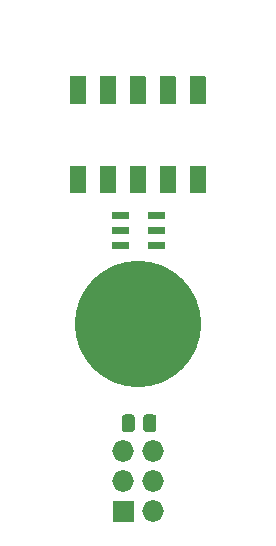
<source format=gts>
G04 #@! TF.GenerationSoftware,KiCad,Pcbnew,5.1.9+dfsg1-1~bpo10+1*
G04 #@! TF.CreationDate,2021-04-19T23:47:07+00:00*
G04 #@! TF.ProjectId,feederFloor,66656564-6572-4466-9c6f-6f722e6b6963,rev?*
G04 #@! TF.SameCoordinates,Original*
G04 #@! TF.FileFunction,Soldermask,Top*
G04 #@! TF.FilePolarity,Negative*
%FSLAX46Y46*%
G04 Gerber Fmt 4.6, Leading zero omitted, Abs format (unit mm)*
G04 Created by KiCad (PCBNEW 5.1.9+dfsg1-1~bpo10+1) date 2021-04-19 23:47:07*
%MOMM*%
%LPD*%
G01*
G04 APERTURE LIST*
%ADD10C,5.802000*%
%ADD11C,10.702000*%
%ADD12O,1.829200X1.829200*%
G04 APERTURE END LIST*
D10*
X191700000Y-41350000D03*
D11*
X191700000Y-41350000D03*
G36*
G01*
X191481000Y-49263876D02*
X191481000Y-50216124D01*
G75*
G02*
X191206124Y-50491000I-274876J0D01*
G01*
X190628876Y-50491000D01*
G75*
G02*
X190354000Y-50216124I0J274876D01*
G01*
X190354000Y-49263876D01*
G75*
G02*
X190628876Y-48989000I274876J0D01*
G01*
X191206124Y-48989000D01*
G75*
G02*
X191481000Y-49263876I0J-274876D01*
G01*
G37*
G36*
G01*
X193306000Y-49263876D02*
X193306000Y-50216124D01*
G75*
G02*
X193031124Y-50491000I-274876J0D01*
G01*
X192453876Y-50491000D01*
G75*
G02*
X192179000Y-50216124I0J274876D01*
G01*
X192179000Y-49263876D01*
G75*
G02*
X192453876Y-48989000I274876J0D01*
G01*
X193031124Y-48989000D01*
G75*
G02*
X193306000Y-49263876I0J-274876D01*
G01*
G37*
G36*
G01*
X185964000Y-22668500D02*
X185964000Y-20418500D01*
G75*
G02*
X186015000Y-20367500I51000J0D01*
G01*
X187285000Y-20367500D01*
G75*
G02*
X187336000Y-20418500I0J-51000D01*
G01*
X187336000Y-22668500D01*
G75*
G02*
X187285000Y-22719500I-51000J0D01*
G01*
X186015000Y-22719500D01*
G75*
G02*
X185964000Y-22668500I0J51000D01*
G01*
G37*
G36*
G01*
X188504000Y-22668500D02*
X188504000Y-20418500D01*
G75*
G02*
X188555000Y-20367500I51000J0D01*
G01*
X189825000Y-20367500D01*
G75*
G02*
X189876000Y-20418500I0J-51000D01*
G01*
X189876000Y-22668500D01*
G75*
G02*
X189825000Y-22719500I-51000J0D01*
G01*
X188555000Y-22719500D01*
G75*
G02*
X188504000Y-22668500I0J51000D01*
G01*
G37*
G36*
G01*
X191044000Y-22675000D02*
X191044000Y-20425000D01*
G75*
G02*
X191095000Y-20374000I51000J0D01*
G01*
X192365000Y-20374000D01*
G75*
G02*
X192416000Y-20425000I0J-51000D01*
G01*
X192416000Y-22675000D01*
G75*
G02*
X192365000Y-22726000I-51000J0D01*
G01*
X191095000Y-22726000D01*
G75*
G02*
X191044000Y-22675000I0J51000D01*
G01*
G37*
G36*
G01*
X193584000Y-22675000D02*
X193584000Y-20425000D01*
G75*
G02*
X193635000Y-20374000I51000J0D01*
G01*
X194905000Y-20374000D01*
G75*
G02*
X194956000Y-20425000I0J-51000D01*
G01*
X194956000Y-22675000D01*
G75*
G02*
X194905000Y-22726000I-51000J0D01*
G01*
X193635000Y-22726000D01*
G75*
G02*
X193584000Y-22675000I0J51000D01*
G01*
G37*
G36*
G01*
X196124000Y-22675000D02*
X196124000Y-20425000D01*
G75*
G02*
X196175000Y-20374000I51000J0D01*
G01*
X197445000Y-20374000D01*
G75*
G02*
X197496000Y-20425000I0J-51000D01*
G01*
X197496000Y-22675000D01*
G75*
G02*
X197445000Y-22726000I-51000J0D01*
G01*
X196175000Y-22726000D01*
G75*
G02*
X196124000Y-22675000I0J51000D01*
G01*
G37*
G36*
G01*
X196124000Y-30225000D02*
X196124000Y-27975000D01*
G75*
G02*
X196175000Y-27924000I51000J0D01*
G01*
X197445000Y-27924000D01*
G75*
G02*
X197496000Y-27975000I0J-51000D01*
G01*
X197496000Y-30225000D01*
G75*
G02*
X197445000Y-30276000I-51000J0D01*
G01*
X196175000Y-30276000D01*
G75*
G02*
X196124000Y-30225000I0J51000D01*
G01*
G37*
G36*
G01*
X193584000Y-30225000D02*
X193584000Y-27975000D01*
G75*
G02*
X193635000Y-27924000I51000J0D01*
G01*
X194905000Y-27924000D01*
G75*
G02*
X194956000Y-27975000I0J-51000D01*
G01*
X194956000Y-30225000D01*
G75*
G02*
X194905000Y-30276000I-51000J0D01*
G01*
X193635000Y-30276000D01*
G75*
G02*
X193584000Y-30225000I0J51000D01*
G01*
G37*
G36*
G01*
X191044000Y-30225000D02*
X191044000Y-27975000D01*
G75*
G02*
X191095000Y-27924000I51000J0D01*
G01*
X192365000Y-27924000D01*
G75*
G02*
X192416000Y-27975000I0J-51000D01*
G01*
X192416000Y-30225000D01*
G75*
G02*
X192365000Y-30276000I-51000J0D01*
G01*
X191095000Y-30276000D01*
G75*
G02*
X191044000Y-30225000I0J51000D01*
G01*
G37*
G36*
G01*
X188504000Y-30225000D02*
X188504000Y-27975000D01*
G75*
G02*
X188555000Y-27924000I51000J0D01*
G01*
X189825000Y-27924000D01*
G75*
G02*
X189876000Y-27975000I0J-51000D01*
G01*
X189876000Y-30225000D01*
G75*
G02*
X189825000Y-30276000I-51000J0D01*
G01*
X188555000Y-30276000D01*
G75*
G02*
X188504000Y-30225000I0J51000D01*
G01*
G37*
G36*
G01*
X185964000Y-30225000D02*
X185964000Y-27975000D01*
G75*
G02*
X186015000Y-27924000I51000J0D01*
G01*
X187285000Y-27924000D01*
G75*
G02*
X187336000Y-27975000I0J-51000D01*
G01*
X187336000Y-30225000D01*
G75*
G02*
X187285000Y-30276000I-51000J0D01*
G01*
X186015000Y-30276000D01*
G75*
G02*
X185964000Y-30225000I0J51000D01*
G01*
G37*
G36*
G01*
X189549000Y-32395000D02*
X189549000Y-31865000D01*
G75*
G02*
X189600000Y-31814000I51000J0D01*
G01*
X190930000Y-31814000D01*
G75*
G02*
X190981000Y-31865000I0J-51000D01*
G01*
X190981000Y-32395000D01*
G75*
G02*
X190930000Y-32446000I-51000J0D01*
G01*
X189600000Y-32446000D01*
G75*
G02*
X189549000Y-32395000I0J51000D01*
G01*
G37*
G36*
G01*
X189549000Y-33665000D02*
X189549000Y-33135000D01*
G75*
G02*
X189600000Y-33084000I51000J0D01*
G01*
X190930000Y-33084000D01*
G75*
G02*
X190981000Y-33135000I0J-51000D01*
G01*
X190981000Y-33665000D01*
G75*
G02*
X190930000Y-33716000I-51000J0D01*
G01*
X189600000Y-33716000D01*
G75*
G02*
X189549000Y-33665000I0J51000D01*
G01*
G37*
G36*
G01*
X189549000Y-34935000D02*
X189549000Y-34405000D01*
G75*
G02*
X189600000Y-34354000I51000J0D01*
G01*
X190930000Y-34354000D01*
G75*
G02*
X190981000Y-34405000I0J-51000D01*
G01*
X190981000Y-34935000D01*
G75*
G02*
X190930000Y-34986000I-51000J0D01*
G01*
X189600000Y-34986000D01*
G75*
G02*
X189549000Y-34935000I0J51000D01*
G01*
G37*
G36*
G01*
X192599000Y-34935000D02*
X192599000Y-34405000D01*
G75*
G02*
X192650000Y-34354000I51000J0D01*
G01*
X193980000Y-34354000D01*
G75*
G02*
X194031000Y-34405000I0J-51000D01*
G01*
X194031000Y-34935000D01*
G75*
G02*
X193980000Y-34986000I-51000J0D01*
G01*
X192650000Y-34986000D01*
G75*
G02*
X192599000Y-34935000I0J51000D01*
G01*
G37*
G36*
G01*
X192599000Y-33665000D02*
X192599000Y-33135000D01*
G75*
G02*
X192650000Y-33084000I51000J0D01*
G01*
X193980000Y-33084000D01*
G75*
G02*
X194031000Y-33135000I0J-51000D01*
G01*
X194031000Y-33665000D01*
G75*
G02*
X193980000Y-33716000I-51000J0D01*
G01*
X192650000Y-33716000D01*
G75*
G02*
X192599000Y-33665000I0J51000D01*
G01*
G37*
G36*
G01*
X192599000Y-32395000D02*
X192599000Y-31865000D01*
G75*
G02*
X192650000Y-31814000I51000J0D01*
G01*
X193980000Y-31814000D01*
G75*
G02*
X194031000Y-31865000I0J-51000D01*
G01*
X194031000Y-32395000D01*
G75*
G02*
X193980000Y-32446000I-51000J0D01*
G01*
X192650000Y-32446000D01*
G75*
G02*
X192599000Y-32395000I0J51000D01*
G01*
G37*
D12*
X193040000Y-52120000D03*
X190500000Y-52120000D03*
X193040000Y-54660000D03*
X190500000Y-54660000D03*
X193040000Y-57200000D03*
G36*
G01*
X189585400Y-58063600D02*
X189585400Y-56336400D01*
G75*
G02*
X189636400Y-56285400I51000J0D01*
G01*
X191363600Y-56285400D01*
G75*
G02*
X191414600Y-56336400I0J-51000D01*
G01*
X191414600Y-58063600D01*
G75*
G02*
X191363600Y-58114600I-51000J0D01*
G01*
X189636400Y-58114600D01*
G75*
G02*
X189585400Y-58063600I0J51000D01*
G01*
G37*
M02*

</source>
